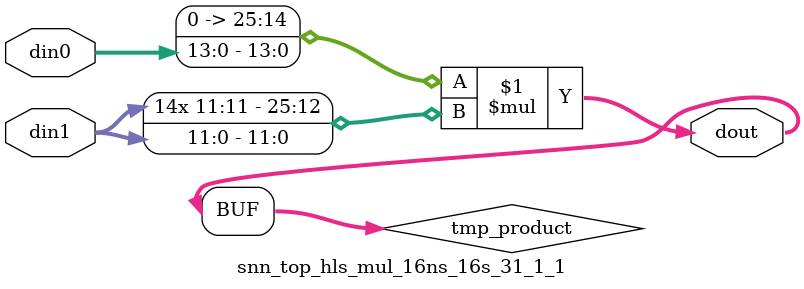
<source format=v>

`timescale 1 ns / 1 ps

 (* DowngradeIPIdentifiedWarnings="yes" *) module snn_top_hls_mul_16ns_16s_31_1_1(din0, din1, dout);
parameter ID = 1;
parameter NUM_STAGE = 0;
parameter din0_WIDTH = 14;
parameter din1_WIDTH = 12;
parameter dout_WIDTH = 26;

input [din0_WIDTH - 1 : 0] din0; 
input [din1_WIDTH - 1 : 0] din1; 
output [dout_WIDTH - 1 : 0] dout;

wire signed [dout_WIDTH - 1 : 0] tmp_product;

























assign tmp_product = $signed({1'b0, din0}) * $signed(din1);










assign dout = tmp_product;





















endmodule

</source>
